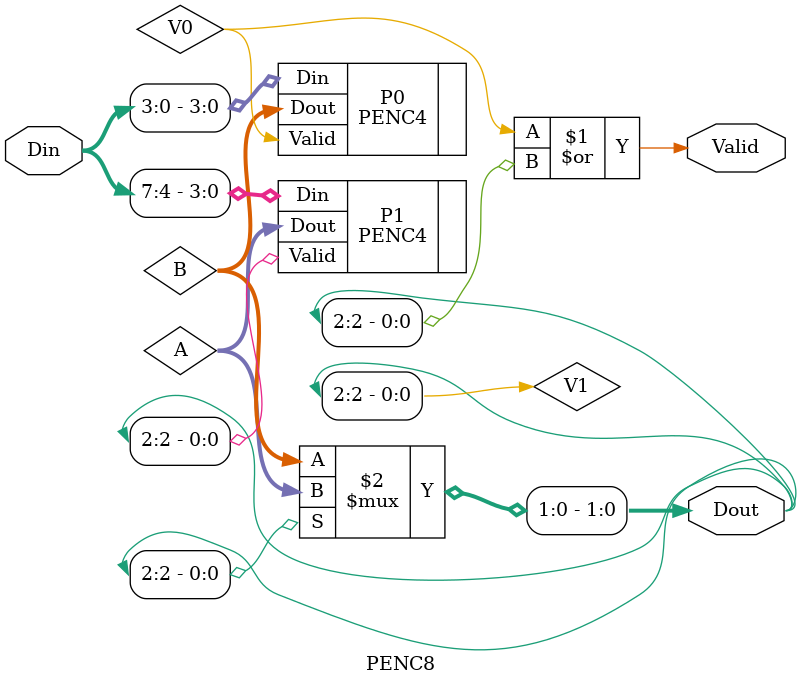
<source format=v>
module PENC8(Din, Dout, Valid);
input [7:0] Din;
output [2:0] Dout;
output Valid;

wire [1:0] A, B;
wire V0, V1;

PENC4 P0(.Din(Din[3:0]), .Dout(B), .Valid(V0));
PENC4 P1(.Din(Din[4:7]), .Dout(A), .Valid(V1));

assign Valid = V0 | V1;
assign Dout[2] = V1;
assign Dout[1:0] = (Dout[2]) ? A : B;

endmodule

</source>
